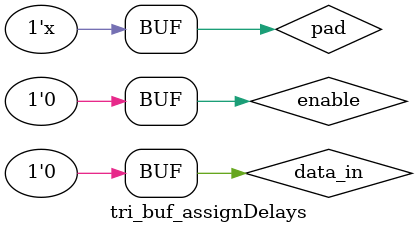
<source format=v>
module tri_buf_assignDelays();
	reg data_in, enable;
	wire pad;

	assign #5 pad = (enable)? data_in:1'bz;

	initial begin
		$monitor("Time: %d Enable %b Data: %b, Pad: %b ",$time, enable, data_in, pad);
		#10 enable =0;
		#10 data_in = 1;
		#10 enable = 1;
		#10 data_in = 0;
		#10 enable = 0;
	end

endmodule
	
/*Two types of assignment delays assign 
assign #5 a = b; 

assign #(1:5:10) a = b; //minimum assignment time 1, max 10, typical 5

#delay net=expression

net can be a net or a wire, typically any combinational logic expression

Also works:


*/
</source>
